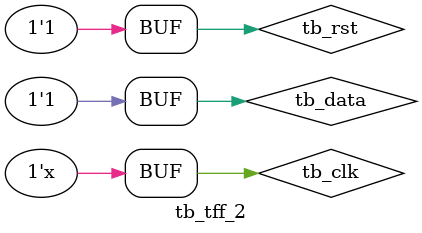
<source format=v>
`timescale 1ns / 1ps


module tb_tff_2();

reg     tb_clk, tb_rst, tb_data;
wire    tb_q;

// wire    tb_q_tff1;

initial
    begin
        tb_clk <= 1'b0;
        tb_rst <= 1'b0;
        tb_data <= 1'b0;
        #5
        tb_rst <= 1'b1;
        tb_data <= 1'b1;
        #10
        tb_data <= 1'b0;
        #5
        tb_data <= 1'b1;
        #5
        tb_data <= 1'b0;
        #15
        tb_data <= 1'b1;
    end

always #2.5 tb_clk = ~tb_clk;  //50Mhz

tff_2   tff_2_inst(
    .clk    (tb_clk),
    .rst    (tb_rst),
    .data   (tb_data),
    .q      (tb_q)
);

endmodule

</source>
